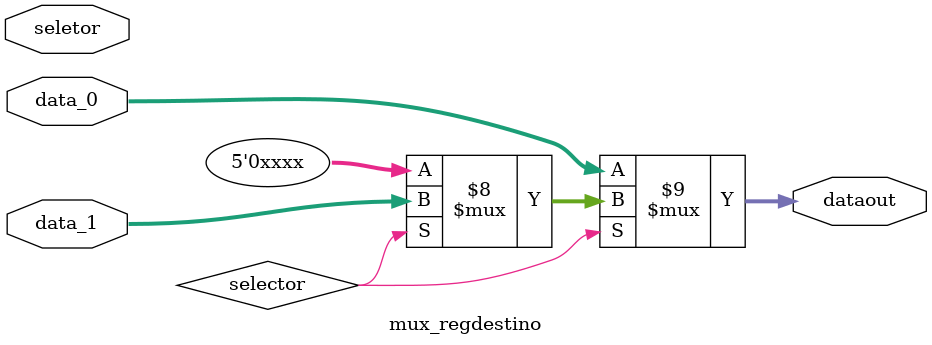
<source format=v>
module mux_regdestino (   
    input wire [1:0] seletor,
    input wire [4:0] data_0, data_1,
    output wire [4:0] dataout
);
    assign dataout = (selector == 2'b00) ? data_0 :
                     (selector == 2'b01) ? data_1 :
                     (selector == 2'b10) ? 5'd29 :
                     (selector == 2'b11) ? 5'd31 :
                     4'bx;
    
endmodule
</source>
